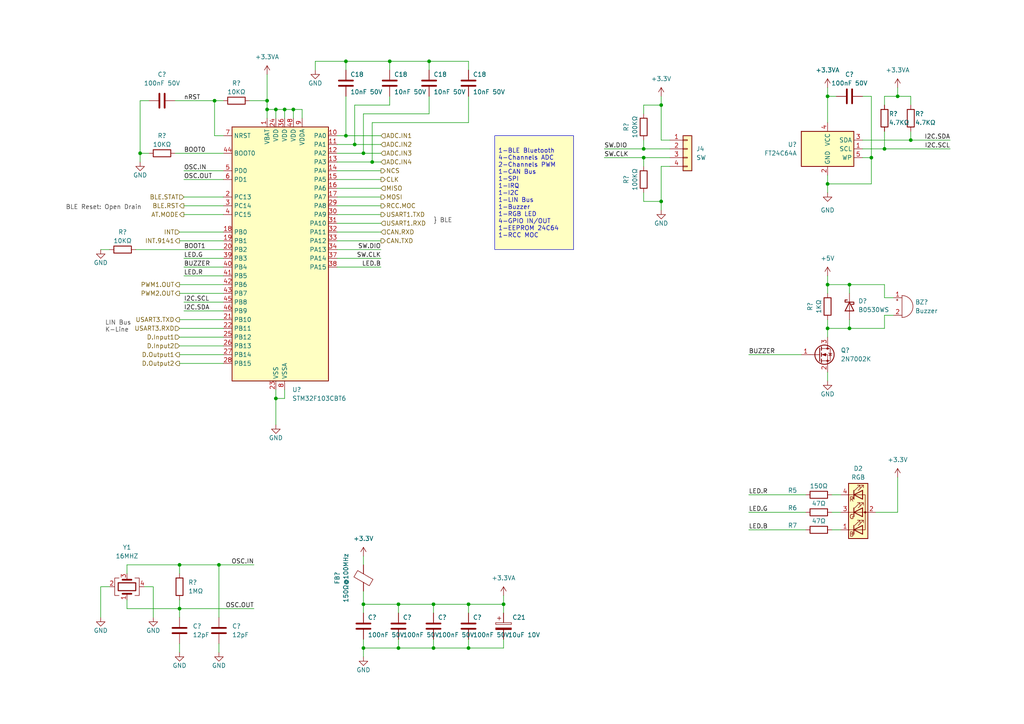
<source format=kicad_sch>
(kicad_sch (version 20230121) (generator eeschema)
  (paper "A4")
  (junction (at 52.07 176.53))
  (junction (at 77.47 29.21))
  (junction (at 186.69 45.72))
  (junction (at 82.55 31.75))
  (junction (at 240.03 95.25))
  (junction (at 40.64 44.45))
  (junction (at 77.47 31.75))
  (junction (at 105.41 175.26))
  (junction (at 256.54 43.18))
  (junction (at 191.77 30.48))
  (junction (at 113.03 17.78))
  (junction (at 80.01 115.57))
  (junction (at 52.07 163.83))
  (junction (at 240.03 53.34))
  (junction (at 124.46 17.78))
  (junction (at 240.03 27.94))
  (junction (at 62.23 29.21))
  (junction (at 125.73 187.96))
  (junction (at 85.09 31.75))
  (junction (at 105.41 44.45))
  (junction (at 63.5 163.83))
  (junction (at 115.57 187.96))
  (junction (at 80.01 31.75))
  (junction (at 264.16 40.64))
  (junction (at 100.33 17.78))
  (junction (at 246.38 82.55))
  (junction (at 125.73 175.26))
  (junction (at 260.35 27.94))
  (junction (at 135.89 187.96))
  (junction (at 105.41 187.96))
  (junction (at 252.73 45.72))
  (junction (at 240.03 82.55))
  (junction (at 107.95 46.99))
  (junction (at 135.89 175.26))
  (junction (at 246.38 95.25))
  (junction (at 186.69 43.18))
  (junction (at 146.05 175.26))
  (junction (at 102.87 41.91))
  (junction (at 191.77 58.42))
  (junction (at 115.57 175.26))
  (junction (at 100.33 39.37))
  (wire (pts (xy 186.69 40.64) (xy 186.69 43.18)))
  (wire (pts (xy 241.3 148.59) (xy 243.84 148.59)))
  (wire (pts (xy 105.41 44.45) (xy 110.49 44.45)))
  (wire (pts (xy 63.5 163.83) (xy 63.5 179.07)))
  (wire (pts (xy 124.46 17.78) (xy 135.89 17.78)))
  (wire (pts (xy 36.83 166.37) (xy 36.83 163.83)))
  (wire (pts (xy 82.55 113.03) (xy 82.55 115.57)))
  (wire (pts (xy 252.73 27.94) (xy 252.73 45.72)))
  (wire (pts (xy 115.57 175.26) (xy 105.41 175.26)))
  (wire (pts (xy 105.41 187.96) (xy 105.41 190.5)))
  (wire (pts (xy 186.69 30.48) (xy 191.77 30.48)))
  (wire (pts (xy 256.54 27.94) (xy 260.35 27.94)))
  (wire (pts (xy 52.07 163.83) (xy 63.5 163.83)))
  (wire (pts (xy 77.47 31.75) (xy 77.47 34.29)))
  (wire (pts (xy 113.03 17.78) (xy 113.03 20.32)))
  (wire (pts (xy 39.37 72.39) (xy 64.77 72.39)))
  (wire (pts (xy 53.34 87.63) (xy 64.77 87.63)))
  (wire (pts (xy 85.09 31.75) (xy 85.09 34.29)))
  (wire (pts (xy 82.55 31.75) (xy 80.01 31.75)))
  (wire (pts (xy 191.77 58.42) (xy 191.77 48.26)))
  (wire (pts (xy 50.8 44.45) (xy 64.77 44.45)))
  (wire (pts (xy 250.19 45.72) (xy 252.73 45.72)))
  (wire (pts (xy 44.45 170.18) (xy 41.91 170.18)))
  (wire (pts (xy 53.34 52.07) (xy 64.77 52.07)))
  (wire (pts (xy 256.54 38.1) (xy 256.54 43.18)))
  (wire (pts (xy 29.21 170.18) (xy 29.21 179.07)))
  (wire (pts (xy 97.79 44.45) (xy 105.41 44.45)))
  (wire (pts (xy 256.54 95.25) (xy 246.38 95.25)))
  (wire (pts (xy 146.05 172.72) (xy 146.05 175.26)))
  (wire (pts (xy 100.33 39.37) (xy 110.49 39.37)))
  (wire (pts (xy 256.54 86.36) (xy 256.54 82.55)))
  (wire (pts (xy 124.46 33.02) (xy 105.41 33.02)))
  (wire (pts (xy 217.17 148.59) (xy 233.68 148.59)))
  (wire (pts (xy 186.69 58.42) (xy 191.77 58.42)))
  (wire (pts (xy 36.83 176.53) (xy 52.07 176.53)))
  (wire (pts (xy 63.5 163.83) (xy 73.66 163.83)))
  (wire (pts (xy 44.45 179.07) (xy 44.45 170.18)))
  (wire (pts (xy 50.8 29.21) (xy 62.23 29.21)))
  (wire (pts (xy 240.03 95.25) (xy 240.03 97.79)))
  (wire (pts (xy 97.79 67.31) (xy 110.49 67.31)))
  (wire (pts (xy 260.35 148.59) (xy 254 148.59)))
  (wire (pts (xy 246.38 92.71) (xy 246.38 95.25)))
  (wire (pts (xy 105.41 171.45) (xy 105.41 175.26)))
  (wire (pts (xy 80.01 115.57) (xy 80.01 123.19)))
  (wire (pts (xy 175.26 43.18) (xy 186.69 43.18)))
  (wire (pts (xy 186.69 43.18) (xy 194.31 43.18)))
  (wire (pts (xy 186.69 45.72) (xy 186.69 48.26)))
  (wire (pts (xy 97.79 74.93) (xy 110.49 74.93)))
  (wire (pts (xy 102.87 30.48) (xy 102.87 41.91)))
  (wire (pts (xy 240.03 27.94) (xy 240.03 35.56)))
  (wire (pts (xy 240.03 80.01) (xy 240.03 82.55)))
  (wire (pts (xy 146.05 177.8) (xy 146.05 175.26)))
  (wire (pts (xy 40.64 44.45) (xy 40.64 29.21)))
  (wire (pts (xy 53.34 59.69) (xy 64.77 59.69)))
  (wire (pts (xy 53.34 57.15) (xy 64.77 57.15)))
  (wire (pts (xy 240.03 50.8) (xy 240.03 53.34)))
  (wire (pts (xy 97.79 39.37) (xy 100.33 39.37)))
  (wire (pts (xy 125.73 187.96) (xy 115.57 187.96)))
  (wire (pts (xy 97.79 59.69) (xy 110.49 59.69)))
  (wire (pts (xy 115.57 185.42) (xy 115.57 187.96)))
  (wire (pts (xy 135.89 187.96) (xy 125.73 187.96)))
  (wire (pts (xy 62.23 39.37) (xy 64.77 39.37)))
  (wire (pts (xy 87.63 34.29) (xy 87.63 31.75)))
  (wire (pts (xy 53.34 49.53) (xy 64.77 49.53)))
  (wire (pts (xy 52.07 105.41) (xy 64.77 105.41)))
  (wire (pts (xy 240.03 107.95) (xy 240.03 110.49)))
  (wire (pts (xy 194.31 40.64) (xy 191.77 40.64)))
  (wire (pts (xy 52.07 176.53) (xy 52.07 179.07)))
  (wire (pts (xy 125.73 175.26) (xy 115.57 175.26)))
  (wire (pts (xy 100.33 27.94) (xy 100.33 39.37)))
  (wire (pts (xy 97.79 54.61) (xy 110.49 54.61)))
  (wire (pts (xy 256.54 43.18) (xy 275.59 43.18)))
  (wire (pts (xy 240.03 95.25) (xy 240.03 92.71)))
  (wire (pts (xy 135.89 35.56) (xy 107.95 35.56)))
  (wire (pts (xy 115.57 175.26) (xy 115.57 177.8)))
  (wire (pts (xy 64.77 82.55) (xy 52.07 82.55)))
  (wire (pts (xy 135.89 175.26) (xy 125.73 175.26)))
  (wire (pts (xy 113.03 30.48) (xy 102.87 30.48)))
  (wire (pts (xy 53.34 90.17) (xy 64.77 90.17)))
  (wire (pts (xy 36.83 173.99) (xy 36.83 176.53)))
  (wire (pts (xy 64.77 29.21) (xy 62.23 29.21)))
  (wire (pts (xy 97.79 46.99) (xy 107.95 46.99)))
  (wire (pts (xy 250.19 43.18) (xy 256.54 43.18)))
  (wire (pts (xy 36.83 163.83) (xy 52.07 163.83)))
  (wire (pts (xy 52.07 97.79) (xy 64.77 97.79)))
  (wire (pts (xy 250.19 27.94) (xy 252.73 27.94)))
  (wire (pts (xy 64.77 85.09) (xy 52.07 85.09)))
  (wire (pts (xy 146.05 175.26) (xy 135.89 175.26)))
  (wire (pts (xy 102.87 41.91) (xy 110.49 41.91)))
  (wire (pts (xy 241.3 143.51) (xy 243.84 143.51)))
  (wire (pts (xy 53.34 74.93) (xy 64.77 74.93)))
  (wire (pts (xy 97.79 57.15) (xy 110.49 57.15)))
  (wire (pts (xy 191.77 40.64) (xy 191.77 30.48)))
  (wire (pts (xy 97.79 64.77) (xy 110.49 64.77)))
  (wire (pts (xy 105.41 175.26) (xy 105.41 177.8)))
  (wire (pts (xy 31.75 170.18) (xy 29.21 170.18)))
  (wire (pts (xy 97.79 72.39) (xy 110.49 72.39)))
  (wire (pts (xy 97.79 62.23) (xy 110.49 62.23)))
  (wire (pts (xy 124.46 27.94) (xy 124.46 33.02)))
  (wire (pts (xy 52.07 102.87) (xy 64.77 102.87)))
  (wire (pts (xy 191.77 48.26) (xy 194.31 48.26)))
  (wire (pts (xy 125.73 175.26) (xy 125.73 177.8)))
  (wire (pts (xy 105.41 187.96) (xy 105.41 185.42)))
  (wire (pts (xy 62.23 29.21) (xy 62.23 39.37)))
  (wire (pts (xy 256.54 91.44) (xy 256.54 95.25)))
  (wire (pts (xy 97.79 52.07) (xy 110.49 52.07)))
  (wire (pts (xy 240.03 27.94) (xy 242.57 27.94)))
  (wire (pts (xy 240.03 82.55) (xy 240.03 85.09)))
  (wire (pts (xy 80.01 113.03) (xy 80.01 115.57)))
  (wire (pts (xy 91.44 17.78) (xy 100.33 17.78)))
  (wire (pts (xy 77.47 29.21) (xy 77.47 31.75)))
  (wire (pts (xy 105.41 33.02) (xy 105.41 44.45)))
  (wire (pts (xy 217.17 143.51) (xy 233.68 143.51)))
  (wire (pts (xy 80.01 31.75) (xy 80.01 34.29)))
  (wire (pts (xy 186.69 33.02) (xy 186.69 30.48)))
  (wire (pts (xy 252.73 45.72) (xy 252.73 53.34)))
  (wire (pts (xy 256.54 30.48) (xy 256.54 27.94)))
  (wire (pts (xy 264.16 40.64) (xy 275.59 40.64)))
  (wire (pts (xy 87.63 31.75) (xy 85.09 31.75)))
  (wire (pts (xy 52.07 92.71) (xy 64.77 92.71)))
  (wire (pts (xy 240.03 82.55) (xy 246.38 82.55)))
  (wire (pts (xy 97.79 69.85) (xy 110.49 69.85)))
  (wire (pts (xy 72.39 29.21) (xy 77.47 29.21)))
  (wire (pts (xy 40.64 29.21) (xy 43.18 29.21)))
  (wire (pts (xy 186.69 55.88) (xy 186.69 58.42)))
  (wire (pts (xy 97.79 77.47) (xy 110.49 77.47)))
  (wire (pts (xy 107.95 46.99) (xy 110.49 46.99)))
  (wire (pts (xy 100.33 17.78) (xy 113.03 17.78)))
  (wire (pts (xy 29.21 72.39) (xy 31.75 72.39)))
  (wire (pts (xy 52.07 67.31) (xy 64.77 67.31)))
  (wire (pts (xy 113.03 17.78) (xy 124.46 17.78)))
  (wire (pts (xy 53.34 62.23) (xy 64.77 62.23)))
  (wire (pts (xy 260.35 138.43) (xy 260.35 148.59)))
  (wire (pts (xy 97.79 49.53) (xy 110.49 49.53)))
  (wire (pts (xy 52.07 95.25) (xy 64.77 95.25)))
  (wire (pts (xy 252.73 53.34) (xy 240.03 53.34)))
  (wire (pts (xy 40.64 46.99) (xy 40.64 44.45)))
  (wire (pts (xy 175.26 45.72) (xy 186.69 45.72)))
  (wire (pts (xy 260.35 25.4) (xy 260.35 27.94)))
  (wire (pts (xy 115.57 187.96) (xy 105.41 187.96)))
  (wire (pts (xy 246.38 82.55) (xy 246.38 85.09)))
  (wire (pts (xy 82.55 115.57) (xy 80.01 115.57)))
  (wire (pts (xy 97.79 41.91) (xy 102.87 41.91)))
  (wire (pts (xy 135.89 27.94) (xy 135.89 35.56)))
  (wire (pts (xy 53.34 77.47) (xy 64.77 77.47)))
  (wire (pts (xy 260.35 27.94) (xy 264.16 27.94)))
  (wire (pts (xy 85.09 31.75) (xy 82.55 31.75)))
  (wire (pts (xy 259.08 91.44) (xy 256.54 91.44)))
  (wire (pts (xy 246.38 82.55) (xy 256.54 82.55)))
  (wire (pts (xy 217.17 102.87) (xy 232.41 102.87)))
  (wire (pts (xy 264.16 27.94) (xy 264.16 30.48)))
  (wire (pts (xy 40.64 44.45) (xy 43.18 44.45)))
  (wire (pts (xy 135.89 185.42) (xy 135.89 187.96)))
  (wire (pts (xy 77.47 21.59) (xy 77.47 29.21)))
  (wire (pts (xy 125.73 185.42) (xy 125.73 187.96)))
  (wire (pts (xy 107.95 35.56) (xy 107.95 46.99)))
  (wire (pts (xy 82.55 31.75) (xy 82.55 34.29)))
  (wire (pts (xy 53.34 80.01) (xy 64.77 80.01)))
  (wire (pts (xy 246.38 95.25) (xy 240.03 95.25)))
  (wire (pts (xy 217.17 153.67) (xy 233.68 153.67)))
  (wire (pts (xy 250.19 40.64) (xy 264.16 40.64)))
  (wire (pts (xy 52.07 173.99) (xy 52.07 176.53)))
  (wire (pts (xy 100.33 20.32) (xy 100.33 17.78)))
  (wire (pts (xy 80.01 31.75) (xy 77.47 31.75)))
  (wire (pts (xy 240.03 53.34) (xy 240.03 55.88)))
  (wire (pts (xy 91.44 20.32) (xy 91.44 17.78)))
  (wire (pts (xy 241.3 153.67) (xy 243.84 153.67)))
  (wire (pts (xy 52.07 69.85) (xy 64.77 69.85)))
  (wire (pts (xy 264.16 38.1) (xy 264.16 40.64)))
  (wire (pts (xy 240.03 25.4) (xy 240.03 27.94)))
  (wire (pts (xy 186.69 45.72) (xy 194.31 45.72)))
  (wire (pts (xy 63.5 186.69) (xy 63.5 189.23)))
  (wire (pts (xy 105.41 161.29) (xy 105.41 163.83)))
  (wire (pts (xy 52.07 100.33) (xy 64.77 100.33)))
  (wire (pts (xy 113.03 27.94) (xy 113.03 30.48)))
  (wire (pts (xy 135.89 17.78) (xy 135.89 20.32)))
  (wire (pts (xy 135.89 175.26) (xy 135.89 177.8)))
  (wire (pts (xy 52.07 163.83) (xy 52.07 166.37)))
  (wire (pts (xy 191.77 30.48) (xy 191.77 27.94)))
  (wire (pts (xy 124.46 17.78) (xy 124.46 20.32)))
  (wire (pts (xy 146.05 187.96) (xy 135.89 187.96)))
  (wire (pts (xy 259.08 86.36) (xy 256.54 86.36)))
  (wire (pts (xy 191.77 60.96) (xy 191.77 58.42)))
  (wire (pts (xy 146.05 185.42) (xy 146.05 187.96)))
  (wire (pts (xy 52.07 176.53) (xy 73.66 176.53)))
  (wire (pts (xy 52.07 186.69) (xy 52.07 189.23)))
  (text_box "1-BLE Bluetooth\n4-Channels ADC\n2-Channels PWM\n1-CAN Bus\n1-SPI \n1-IRQ\n1-I2C\n1-LIN Bus\n1-Buzzer\n1-RGB LED\n4-GPIO IN/OUT\n1-EEPROM 24C64\n1-RCC MOC\n" (at 143.51 39.37 0) (size 22.86 33.02) (fill (type color) (color 255 255 194 1)) (effects (font (size 1.27 1.27)) (justify left)))
  (text "LIN Bus\nK-Line" (at 30.48 96.52 0) (effects (font (size 1.27 1.27)) (justify left bottom)))
  (text "BLE Reset: Open Drain" (at 19.05 60.96 0) (effects (font (size 1.27 1.27)) (justify left bottom)))
  (text "} BLE" (at 125.73 64.77 0) (effects (font (size 1.27 1.27)) (justify left bottom)))
  (label "BUZZER" (at 217.17 102.87 0))
  (label "LED.B" (at 110.49 77.47 180))
  (label "BOOT0" (at 53.34 44.45 0))
  (label "LED.B" (at 217.17 153.67 0))
  (label "SW.DIO" (at 175.26 43.18 0))
  (label "LED.R" (at 217.17 143.51 0))
  (label "LED.R" (at 53.34 80.01 0))
  (label "SW.CLK" (at 110.49 74.93 180))
  (label "nRST" (at 53.34 29.21 0))
  (label "OSC.IN" (at 53.34 49.53 0))
  (label "OSC.IN" (at 73.66 163.83 180))
  (label "LED.G" (at 217.17 148.59 0))
  (label "LED.G" (at 53.34 74.93 0))
  (label "OSC.OUT" (at 73.66 176.53 180))
  (label "BOOT1" (at 53.34 72.39 0))
  (label "OSC.OUT" (at 53.34 52.07 0))
  (label "I2C.SCL" (at 53.34 87.63 0))
  (label "I2C.SDA" (at 275.59 40.64 180))
  (label "I2C.SDA" (at 53.34 90.17 0))
  (label "BUZZER" (at 53.34 77.47 0))
  (label "SW.CLK" (at 175.26 45.72 0))
  (label "SW.DIO" (at 110.49 72.39 180))
  (label "I2C.SCL" (at 275.59 43.18 180))
  (hierarchical_label "RCC.MOC" (shape output) (at 110.49 59.69 0))
  (hierarchical_label "D.Output2" (shape output) (at 52.07 105.41 180))
  (hierarchical_label "PWM2.OUT" (shape output) (at 52.07 85.09 180))
  (hierarchical_label "NCS" (shape output) (at 110.49 49.53 0))
  (hierarchical_label "CAN.RXD" (shape input) (at 110.49 67.31 0))
  (hierarchical_label "USART1.RXD" (shape input) (at 110.49 64.77 0))
  (hierarchical_label "D.Input1" (shape input) (at 52.07 97.79 180))
  (hierarchical_label "ADC.IN3" (shape input) (at 110.49 44.45 0))
  (hierarchical_label "PWM1.OUT" (shape output) (at 52.07 82.55 180))
  (hierarchical_label "CLK" (shape output) (at 110.49 52.07 0))
  (hierarchical_label "MOSI" (shape output) (at 110.49 57.15 0))
  (hierarchical_label "D.Output1" (shape output) (at 52.07 102.87 180))
  (hierarchical_label "BLE.RST" (shape output) (at 53.34 59.69 180))
  (hierarchical_label "BLE.STAT" (shape input) (at 53.34 57.15 180))
  (hierarchical_label "AT.MODE" (shape output) (at 53.34 62.23 180))
  (hierarchical_label "INT" (shape input) (at 52.07 67.31 180))
  (hierarchical_label "ADC.IN4" (shape input) (at 110.49 46.99 0))
  (hierarchical_label "USART1.TXD" (shape output) (at 110.49 62.23 0))
  (hierarchical_label "D.Input2" (shape input) (at 52.07 100.33 180))
  (hierarchical_label "USART3.TXD" (shape output) (at 52.07 92.71 180))
  (hierarchical_label "ADC.IN2" (shape input) (at 110.49 41.91 0))
  (hierarchical_label "INT.9141" (shape output) (at 52.07 69.85 180))
  (hierarchical_label "ADC.IN1" (shape input) (at 110.49 39.37 0))
  (hierarchical_label "MISO" (shape input) (at 110.49 54.61 0))
  (hierarchical_label "USART3.RXD" (shape input) (at 52.07 95.25 180))
  (hierarchical_label "CAN.TXD" (shape output) (at 110.49 69.85 0))
  (symbol (lib_id "Device:C") (at 52.07 182.88 0) (unit 1)
    (property "Reference" "C?" (at 55.88 181.61 0) (effects (justify left)))
    (property "Value" "12pF" (at 55.88 184.15 0) (effects (justify left)))
    (property "Footprint" "Capacitor_SMD:C_0402_1005Metric" (effects hide))
    (property "LCSC" "C76948" (effects hide))
    (property "MFR" "GRM1555C1H120JA01D" (effects hide))
    (instances (project "NTR-C111" (path "" (reference "C?") (unit 1))) (project "NTR-MAIN-U2xx" (path "" (reference "C2") (unit 1))) (project "NTR-K101" (path "" (reference "C?") (unit 1))) (project "NTR-C211" (path "" (reference "C?") (unit 1))) (project "NTR-U212" (path "" (reference "C?") (unit 1))))
  )
  (symbol (lib_id "power:GND") (at 240.03 55.88 0) (unit 1)
    (property "Reference" "#PWR?" (effects hide))
    (property "Value" "GND" (at 240.03 60.96 0))
    (instances (project "NTR-C111" (path "" (reference "#PWR?") (unit 1))) (project "NTR-MAIN-U2xx" (path "" (reference "#PWR021") (unit 1))) (project "NTR-K101" (path "" (reference "#PWR?") (unit 1))) (project "NTR-C211" (path "" (reference "#PWR?") (unit 1))) (project "Smart_DTC_Eraser_BLE_V1" (path "" (reference "#PWR?") (unit 1))) (project "NTR-U212" (path "" (reference "#PWR?") (unit 1))))
  )
  (symbol (lib_id "Device:R") (at 186.69 36.83 180) (unit 1)
    (property "Reference" "R?" (at 181.61 36.83 90))
    (property "Value" "100KΩ" (at 184.15 36.83 90))
    (property "Footprint" "Resistor_SMD:R_0402_1005Metric" (effects hide))
    (property "LCSC" "C25741" (effects hide))
    (property "MFR" "0402WGF1003TCE" (effects hide))
    (instances (project "NTR-C111" (path "" (reference "R?") (unit 1))) (project "NTR-MAIN-U2xx" (path "" (reference "R23") (unit 1))) (project "NTR-K101" (path "" (reference "R?") (unit 1))) (project "NTR-C211" (path "" (reference "R?") (unit 1))) (project "NTR-U212" (path "" (reference "R?") (unit 1))))
  )
  (symbol (lib_id "power:GND") (at 191.77 60.96 0) (unit 1)
    (property "Reference" "#PWR?" (effects hide))
    (property "Value" "GND" (at 191.77 64.77 0))
    (instances (project "NTR-C111" (path "" (reference "#PWR?") (unit 1))) (project "NTR-MAIN-U2xx" (path "" (reference "#PWR056") (unit 1))) (project "NTR-K101" (path "" (reference "#PWR?") (unit 1))) (project "NTR-C211" (path "" (reference "#PWR?") (unit 1))) (project "NTR-U212" (path "" (reference "#PWR?") (unit 1))))
  )
  (symbol (lib_id "power:GND") (at 80.01 123.19 0) (unit 1)
    (property "Reference" "#PWR?" (effects hide))
    (property "Value" "GND" (at 80.01 127 0))
    (instances (project "NTR-C111" (path "" (reference "#PWR?") (unit 1))) (project "NTR-MAIN-U2xx" (path "" (reference "#PWR019") (unit 1))) (project "NTR-K101" (path "" (reference "#PWR?") (unit 1))) (project "NTR-C211" (path "" (reference "#PWR?") (unit 1))) (project "NTR-U212" (path "" (reference "#PWR?") (unit 1))))
  )
  (symbol (lib_id "Device:C") (at 125.73 181.61 180) (unit 1)
    (property "Reference" "C?" (at 127 179.07 0) (effects (justify right)))
    (property "Value" "100nF 50V" (at 127 184.15 0) (effects (justify right)))
    (property "Footprint" "Capacitor_SMD:C_0402_1005Metric" (effects hide))
    (property "LCSC" "C77020" (effects hide))
    (property "MFR" "GRM155R71H104KE14D" (effects hide))
    (instances (project "NTR-C111" (path "" (reference "C?") (unit 1))) (project "NTR-MAIN-U2xx" (path "" (reference "C24") (unit 1))) (project "NTR-K101" (path "" (reference "C?") (unit 1))) (project "NTR-C211" (path "" (reference "C?") (unit 1))) (project "NTR-U212" (path "" (reference "C?") (unit 1))))
  )
  (symbol (lib_id "Device:C_Polarized") (at 146.05 181.61 0) (unit 1)
    (property "Reference" "C21" (at 148.59 179.07 0) (effects (justify left)))
    (property "Value" "10uF 10V" (at 147.32 184.15 0) (effects (justify left)))
    (property "Footprint" "Capacitor_Tantalum_SMD:CP_EIA-3216-10_Kemet-I" (effects hide))
    (property "LCSC" "C7177" (effects hide))
    (property "MFR" "TAJA106K010RNJ" (effects hide))
    (instances (project "NTR-MAIN-U2xx" (path "" (reference "C21") (unit 1)) (path "" (reference "C26") (unit 1))) (project "M2M_OBD2_Mini" (path "" (reference "C?") (unit 1))) (project "Smart_DTC_Eraser_BLE_V1" (path "" (reference "C?") (unit 1))) (project "M2M_3G_OBD2" (path "" (reference "C?") (unit 1))))
  )
  (symbol (lib_id "power:+3.3VA") (at 240.03 25.4 0) (unit 1)
    (property "Reference" "#PWR?" (effects hide))
    (property "Value" "+3.3VA" (at 240.03 20.32 0))
    (instances (project "NTR-C111" (path "" (reference "#PWR?") (unit 1))) (project "NTR-MAIN-U2xx" (path "" (reference "#PWR020") (unit 1))) (project "NTR-K101" (path "" (reference "#PWR?") (unit 1))) (project "NTR-C211" (path "" (reference "#PWR?") (unit 1))) (project "NTR-U212" (path "" (reference "#PWR?") (unit 1))))
  )
  (symbol (lib_id "Device:R") (at 256.54 34.29 180) (unit 1)
    (property "Reference" "R?" (at 257.81 33.02 0) (effects (justify right)))
    (property "Value" "4.7KΩ" (at 257.81 35.56 0) (effects (justify right)))
    (property "Footprint" "Resistor_SMD:R_0402_1005Metric" (effects hide))
    (property "LCSC" "C25900" (effects hide))
    (property "MFR" "0402WGF4701TCE" (effects hide))
    (instances (project "NTR-C111" (path "" (reference "R?") (unit 1))) (project "NTR-MAIN-U2xx" (path "" (reference "R9") (unit 1))) (project "NTR-K101" (path "" (reference "R?") (unit 1))) (project "M2M_OBD2_Mini" (path "" (reference "R?") (unit 1))) (project "NTR-C211" (path "" (reference "R?") (unit 1))) (project "ISO_CAN_BUS_Analyzer_Tool_V2" (path "" (reference "R?") (unit 1)) (path "" (reference "R?") (unit 1))) (project "Smart_DTC_Eraser_BLE_V1" (path "" (reference "R?") (unit 1)) (path "" (reference "R?") (unit 1))) (project "M2M_3G_OBD2" (path "" (reference "R?") (unit 1)) (path "" (reference "R?") (unit 1))) (project "NTR-U212" (path "" (reference "R?") (unit 1))))
  )
  (symbol (lib_id "Device:R") (at 46.99 44.45 90) (unit 1)
    (property "Reference" "R?" (at 46.99 39.37 90))
    (property "Value" "10KΩ" (at 46.99 41.91 90))
    (property "Footprint" "Resistor_SMD:R_0402_1005Metric" (effects hide))
    (property "LCSC" "C25744" (effects hide))
    (property "MFR" "0402WGF1002TCE" (effects hide))
    (instances (project "NTR-C111" (path "" (reference "R?") (unit 1))) (project "NTR-MAIN-U2xx" (path "" (reference "R2") (unit 1))) (project "NTR-K101" (path "" (reference "R?") (unit 1))) (project "NTR-C211" (path "" (reference "R?") (unit 1))) (project "NTR-U212" (path "" (reference "R?") (unit 1))))
  )
  (symbol (lib_id "Device:R") (at 186.69 52.07 180) (unit 1)
    (property "Reference" "R?" (at 181.61 52.07 90))
    (property "Value" "100KΩ" (at 184.15 52.07 90))
    (property "Footprint" "Resistor_SMD:R_0402_1005Metric" (effects hide))
    (property "LCSC" "C25741" (effects hide))
    (property "MFR" "0402WGF1003TCE" (effects hide))
    (instances (project "NTR-C111" (path "" (reference "R?") (unit 1))) (project "NTR-MAIN-U2xx" (path "" (reference "R24") (unit 1))) (project "NTR-K101" (path "" (reference "R?") (unit 1))) (project "NTR-C211" (path "" (reference "R?") (unit 1))) (project "NTR-U212" (path "" (reference "R?") (unit 1))))
  )
  (symbol (lib_id "power:GND") (at 44.45 179.07 0) (unit 1)
    (property "Reference" "#PWR?" (effects hide))
    (property "Value" "GND" (at 44.45 182.88 0))
    (instances (project "NTR-C111" (path "" (reference "#PWR?") (unit 1))) (project "NTR-MAIN-U2xx" (path "" (reference "#PWR015") (unit 1))) (project "NTR-K101" (path "" (reference "#PWR?") (unit 1))) (project "NTR-C211" (path "" (reference "#PWR?") (unit 1))) (project "NTR-U212" (path "" (reference "#PWR?") (unit 1))))
  )
  (symbol (lib_id "Transistor_FET:2N7002K") (at 237.49 102.87 0) (unit 1)
    (property "Reference" "Q?" (at 243.84 101.6 0) (effects (justify left)))
    (property "Value" "2N7002K" (at 243.84 104.14 0) (effects (justify left)))
    (property "Footprint" "Package_TO_SOT_SMD:SOT-23" (effects hide))
    (property "Datasheet" "https://www.diodes.com/assets/Datasheets/ds30896.pdf" (effects hide))
    (property "LCSC" "C2848187" (effects hide))
    (property "MFR" "2N7002K" (effects hide))
    (instances (project "NTR-C111" (path "" (reference "Q?") (unit 1))) (project "NTR-MAIN-U2xx" (path "" (reference "Q1") (unit 1))) (project "NTR-K101" (path "" (reference "Q?") (unit 1))) (project "NTR-C211" (path "" (reference "Q?") (unit 1))) (project "Smart_DTC_Eraser_BLE_V1" (path "" (reference "Q?") (unit 1))) (project "NTR-U212" (path "" (reference "Q?") (unit 1))))
  )
  (symbol (lib_id "power:+5V") (at 240.03 80.01 0) (unit 1)
    (property "Reference" "#PWR?" (effects hide))
    (property "Value" "+5V" (at 240.03 74.93 0))
    (instances (project "NTR-C111" (path "" (reference "#PWR?") (unit 1))) (project "NTR-MAIN-U2xx" (path "" (reference "#PWR022") (unit 1))) (project "NTR-K101" (path "" (reference "#PWR?") (unit 1))) (project "NTR-C211" (path "" (reference "#PWR?") (unit 1))) (project "Smart_DTC_Eraser_BLE_V1" (path "" (reference "#PWR?") (unit 1))) (project "NTR-U212" (path "" (reference "#PWR?") (unit 1))))
  )
  (symbol (lib_id "Device:R") (at 68.58 29.21 90) (unit 1)
    (property "Reference" "R?" (at 68.58 24.13 90))
    (property "Value" "10KΩ" (at 68.58 26.67 90))
    (property "Footprint" "Resistor_SMD:R_0402_1005Metric" (effects hide))
    (property "LCSC" "C25744" (effects hide))
    (property "MFR" "0402WGF1002TCE" (effects hide))
    (instances (project "NTR-C111" (path "" (reference "R?") (unit 1))) (project "NTR-MAIN-U2xx" (path "" (reference "R4") (unit 1))) (project "NTR-K101" (path "" (reference "R?") (unit 1))) (project "NTR-C211" (path "" (reference "R?") (unit 1))) (project "NTR-U212" (path "" (reference "R?") (unit 1))))
  )
  (symbol (lib_id "Device:C") (at 113.03 24.13 0) (unit 1)
    (property "Reference" "C18" (at 114.3 21.59 0) (effects (justify left)))
    (property "Value" "10nF 50V" (at 114.3 26.67 0) (effects (justify left)))
    (property "Footprint" "Capacitor_SMD:C_0402_1005Metric" (effects hide))
    (property "LCSC" "C15195" (effects hide))
    (property "MFR" "CL05B103KB5NNNC" (effects hide))
    (instances (project "NTR-MAIN-U2xx" (path "" (reference "C18") (unit 1)) (path "" (reference "C28") (unit 1))) (project "M2M_OBD2_Mini" (path "" (reference "C?") (unit 1))) (project "Smart_DTC_Eraser_BLE_V1" (path "" (reference "C?") (unit 1))) (project "M2M_3G_OBD2" (path "" (reference "C?") (unit 1))))
  )
  (symbol (lib_id "power:+3.3VA") (at 260.35 25.4 0) (unit 1)
    (property "Reference" "#PWR?" (effects hide))
    (property "Value" "+3.3VA" (at 260.35 20.32 0))
    (instances (project "NTR-C111" (path "" (reference "#PWR?") (unit 1))) (project "NTR-MAIN-U2xx" (path "" (reference "#PWR024") (unit 1))) (project "NTR-K101" (path "" (reference "#PWR?") (unit 1))) (project "NTR-C211" (path "" (reference "#PWR?") (unit 1))) (project "NTR-U212" (path "" (reference "#PWR?") (unit 1))))
  )
  (symbol (lib_id "Memory_EEPROM:AT24CS16-STUM") (at 240.03 43.18 0) (unit 1)
    (property "Reference" "U?" (at 231.14 41.91 0) (effects (justify right)))
    (property "Value" "FT24C64A" (at 231.14 44.45 0) (effects (justify right)))
    (property "Footprint" "Package_TO_SOT_SMD:SOT-23-5" (effects hide))
    (property "Datasheet" "https://datasheet.lcsc.com/lcsc/2306211608_HGSEMI-HG24C16M5-TR_C7432068.pdf" (effects hide))
    (property "LCSC" "C5263778" (effects hide))
    (property "MFR" "FT24C64A-ELR-T" (effects hide))
    (instances (project "NTR-C111" (path "" (reference "U?") (unit 1))) (project "NTR-MAIN-U2xx" (path "" (reference "U2") (unit 1))) (project "NTR-K101" (path "" (reference "U?") (unit 1))) (project "NTR-C211" (path "" (reference "U?") (unit 1))) (project "Smart_DTC_Eraser_BLE_V1" (path "" (reference "U?") (unit 1))) (project "NTR-U212" (path "" (reference "U?") (unit 1))))
  )
  (symbol (lib_id "Device:C") (at 115.57 181.61 180) (unit 1)
    (property "Reference" "C?" (at 116.84 179.07 0) (effects (justify right)))
    (property "Value" "100nF 50V" (at 116.84 184.15 0) (effects (justify right)))
    (property "Footprint" "Capacitor_SMD:C_0402_1005Metric" (effects hide))
    (property "LCSC" "C77020" (effects hide))
    (property "MFR" "GRM155R71H104KE14D" (effects hide))
    (instances (project "NTR-C111" (path "" (reference "C?") (unit 1))) (project "NTR-MAIN-U2xx" (path "" (reference "C23") (unit 1))) (project "NTR-K101" (path "" (reference "C?") (unit 1))) (project "NTR-C211" (path "" (reference "C?") (unit 1))) (project "NTR-U212" (path "" (reference "C?") (unit 1))))
  )
  (symbol (lib_id "Device:C") (at 100.33 24.13 0) (unit 1)
    (property "Reference" "C18" (at 101.6 21.59 0) (effects (justify left)))
    (property "Value" "10nF 50V" (at 101.6 26.67 0) (effects (justify left)))
    (property "Footprint" "Capacitor_SMD:C_0402_1005Metric" (effects hide))
    (property "LCSC" "C15195" (effects hide))
    (property "MFR" "CL05B103KB5NNNC" (effects hide))
    (instances (project "NTR-MAIN-U2xx" (path "" (reference "C18") (unit 1)) (path "" (reference "C27") (unit 1))) (project "M2M_OBD2_Mini" (path "" (reference "C?") (unit 1))) (project "Smart_DTC_Eraser_BLE_V1" (path "" (reference "C?") (unit 1))) (project "M2M_3G_OBD2" (path "" (reference "C?") (unit 1))))
  )
  (symbol (lib_id "power:GND") (at 52.07 189.23 0) (unit 1)
    (property "Reference" "#PWR?" (effects hide))
    (property "Value" "GND" (at 52.07 193.04 0))
    (instances (project "NTR-C111" (path "" (reference "#PWR?") (unit 1))) (project "NTR-MAIN-U2xx" (path "" (reference "#PWR016") (unit 1))) (project "NTR-K101" (path "" (reference "#PWR?") (unit 1))) (project "NTR-C211" (path "" (reference "#PWR?") (unit 1))) (project "NTR-U212" (path "" (reference "#PWR?") (unit 1))))
  )
  (symbol (lib_id "power:+3.3V") (at 260.35 138.43 0) (unit 1)
    (property "Reference" "#PWR?" (effects hide))
    (property "Value" "+3.3V" (at 260.35 133.35 0))
    (instances (project "NTR-C111" (path "" (reference "#PWR?") (unit 1))) (project "NTR-MAIN-U2xx" (path "" (reference "#PWR025") (unit 1))) (project "NTR-K101" (path "" (reference "#PWR?") (unit 1))) (project "NTR-C211" (path "" (reference "#PWR?") (unit 1))) (project "Smart_DTC_Eraser_BLE_V1" (path "" (reference "#PWR?") (unit 1))) (project "NTR-U212" (path "" (reference "#PWR?") (unit 1))))
  )
  (symbol (lib_id "power:GND") (at 29.21 179.07 0) (unit 1)
    (property "Reference" "#PWR?" (effects hide))
    (property "Value" "GND" (at 29.21 182.88 0))
    (instances (project "NTR-C111" (path "" (reference "#PWR?") (unit 1))) (project "NTR-MAIN-U2xx" (path "" (reference "#PWR013") (unit 1))) (project "NTR-K101" (path "" (reference "#PWR?") (unit 1))) (project "NTR-C211" (path "" (reference "#PWR?") (unit 1))) (project "NTR-U212" (path "" (reference "#PWR?") (unit 1))))
  )
  (symbol (lib_id "power:GND") (at 29.21 72.39 0) (unit 1)
    (property "Reference" "#PWR?" (effects hide))
    (property "Value" "GND" (at 29.21 76.2 0))
    (instances (project "NTR-C111" (path "" (reference "#PWR?") (unit 1))) (project "NTR-MAIN-U2xx" (path "" (reference "#PWR012") (unit 1))) (project "NTR-K101" (path "" (reference "#PWR?") (unit 1))) (project "NTR-C211" (path "" (reference "#PWR?") (unit 1))) (project "NTR-U212" (path "" (reference "#PWR?") (unit 1))))
  )
  (symbol (lib_id "Device:C") (at 105.41 181.61 180) (unit 1)
    (property "Reference" "C?" (at 106.68 179.07 0) (effects (justify right)))
    (property "Value" "100nF 50V" (at 106.68 184.15 0) (effects (justify right)))
    (property "Footprint" "Capacitor_SMD:C_0402_1005Metric" (effects hide))
    (property "LCSC" "C77020" (effects hide))
    (property "MFR" "GRM155R71H104KE14D" (effects hide))
    (instances (project "NTR-C111" (path "" (reference "C?") (unit 1))) (project "NTR-MAIN-U2xx" (path "" (reference "C22") (unit 1))) (project "NTR-K101" (path "" (reference "C?") (unit 1))) (project "NTR-C211" (path "" (reference "C?") (unit 1))) (project "NTR-U212" (path "" (reference "C?") (unit 1))))
  )
  (symbol (lib_id "Device:Buzzer") (at 261.62 88.9 0) (unit 1)
    (property "Reference" "BZ?" (at 265.43 87.63 0) (effects (justify left)))
    (property "Value" "Buzzer" (at 265.43 90.17 0) (effects (justify left)))
    (property "Footprint" "Buzzer_Beeper:MagneticBuzzer_CUI_CMT-8504-100-SMT" (effects hide))
    (property "Datasheet" "https://datasheet.lcsc.com/lcsc/2001061407_INGHAi-GSC8530RA-16R2700_C255315.pdf" (effects hide))
    (property "LCSC" "C255315" (effects hide))
    (property "MFR" "GSC8530RA-16R2700" (effects hide))
    (instances (project "NTR-C111" (path "" (reference "BZ?") (unit 1))) (project "NTR-MAIN-U2xx" (path "" (reference "BZ1") (unit 1))) (project "NTR-K101" (path "" (reference "BZ?") (unit 1))) (project "NTR-C211" (path "" (reference "BZ?") (unit 1))) (project "Smart_DTC_Eraser_BLE_V1" (path "" (reference "BZ?") (unit 1))) (project "NTR-U212" (path "" (reference "BZ?") (unit 1))))
  )
  (symbol (lib_id "Device:LED_BAGR") (at 248.92 148.59 0) (unit 1)
    (property "Reference" "D2" (at 248.92 135.89 0))
    (property "Value" "RGB" (at 248.92 138.43 0))
    (property "Footprint" "LED_SMD:LED_Cree-PLCC4_2x2mm_CW" (effects hide))
    (property "Datasheet" "https://datasheet.lcsc.com/lcsc/2203301730_EKINGLUX-E6C0606RGBC3UDA_C375569.pdf" (effects hide))
    (property "LCSC" "C375569" (effects hide))
    (property "MFR" "E6C0606RGBC3UDA" (effects hide))
    (instances (project "NTR-MAIN-U2xx" (path "" (reference "D2") (unit 1))) (project "NTR-K101" (path "" (reference "D?") (unit 1))) (project "NTR-C211" (path "" (reference "D?") (unit 1))) (project "NTR-U212" (path "" (reference "D?") (unit 1))))
  )
  (symbol (lib_id "power:GND") (at 63.5 189.23 0) (unit 1)
    (property "Reference" "#PWR?" (effects hide))
    (property "Value" "GND" (at 63.5 193.04 0))
    (instances (project "NTR-C111" (path "" (reference "#PWR?") (unit 1))) (project "NTR-MAIN-U2xx" (path "" (reference "#PWR017") (unit 1))) (project "NTR-K101" (path "" (reference "#PWR?") (unit 1))) (project "NTR-C211" (path "" (reference "#PWR?") (unit 1))) (project "NTR-U212" (path "" (reference "#PWR?") (unit 1))))
  )
  (symbol (lib_id "Connector_Generic:Conn_01x04") (at 199.39 43.18 0) (unit 1)
    (property "Reference" "J4" (at 201.93 43.18 0) (effects (justify left)))
    (property "Value" "SW" (at 201.93 45.72 0) (effects (justify left)))
    (property "Footprint" "Connector_PinHeader_2.54mm:PinHeader_1x04_P2.54mm_Vertical" (effects hide))
  )
  (symbol (lib_id "Device:R") (at 264.16 34.29 180) (unit 1)
    (property "Reference" "R?" (at 265.43 33.02 0) (effects (justify right)))
    (property "Value" "4.7KΩ" (at 265.43 35.56 0) (effects (justify right)))
    (property "Footprint" "Resistor_SMD:R_0402_1005Metric" (effects hide))
    (property "LCSC" "C25900" (effects hide))
    (property "MFR" "0402WGF4701TCE" (effects hide))
    (instances (project "NTR-C111" (path "" (reference "R?") (unit 1))) (project "NTR-MAIN-U2xx" (path "" (reference "R10") (unit 1))) (project "NTR-K101" (path "" (reference "R?") (unit 1))) (project "M2M_OBD2_Mini" (path "" (reference "R?") (unit 1))) (project "NTR-C211" (path "" (reference "R?") (unit 1))) (project "ISO_CAN_BUS_Analyzer_Tool_V2" (path "" (reference "R?") (unit 1)) (path "" (reference "R?") (unit 1))) (project "Smart_DTC_Eraser_BLE_V1" (path "" (reference "R?") (unit 1)) (path "" (reference "R?") (unit 1))) (project "M2M_3G_OBD2" (path "" (reference "R?") (unit 1)) (path "" (reference "R?") (unit 1))) (project "NTR-U212" (path "" (reference "R?") (unit 1))))
  )
  (symbol (lib_id "Device:C") (at 135.89 181.61 180) (unit 1)
    (property "Reference" "C?" (at 137.16 179.07 0) (effects (justify right)))
    (property "Value" "100nF 50V" (at 137.16 184.15 0) (effects (justify right)))
    (property "Footprint" "Capacitor_SMD:C_0402_1005Metric" (effects hide))
    (property "LCSC" "C77020" (effects hide))
    (property "MFR" "GRM155R71H104KE14D" (effects hide))
    (instances (project "NTR-C111" (path "" (reference "C?") (unit 1))) (project "NTR-MAIN-U2xx" (path "" (reference "C25") (unit 1))) (project "NTR-K101" (path "" (reference "C?") (unit 1))) (project "NTR-C211" (path "" (reference "C?") (unit 1))) (project "NTR-U212" (path "" (reference "C?") (unit 1))))
  )
  (symbol (lib_id "Device:R") (at 35.56 72.39 90) (unit 1)
    (property "Reference" "R?" (at 35.56 67.31 90))
    (property "Value" "10KΩ" (at 35.56 69.85 90))
    (property "Footprint" "Resistor_SMD:R_0402_1005Metric" (effects hide))
    (property "LCSC" "C25744" (effects hide))
    (property "MFR" "0402WGF1002TCE" (effects hide))
    (instances (project "NTR-C111" (path "" (reference "R?") (unit 1))) (project "NTR-MAIN-U2xx" (path "" (reference "R1") (unit 1))) (project "NTR-K101" (path "" (reference "R?") (unit 1))) (project "NTR-C211" (path "" (reference "R?") (unit 1))) (project "NTR-U212" (path "" (reference "R?") (unit 1))))
  )
  (symbol (lib_id "power:+3.3V") (at 191.77 27.94 0) (unit 1)
    (property "Reference" "#PWR?" (effects hide))
    (property "Value" "+3.3V" (at 191.77 22.86 0))
    (instances (project "NTR-C111" (path "" (reference "#PWR?") (unit 1))) (project "NTR-MAIN-U2xx" (path "" (reference "#PWR055") (unit 1))) (project "NTR-K101" (path "" (reference "#PWR?") (unit 1))) (project "NTR-C211" (path "" (reference "#PWR?") (unit 1))) (project "Smart_DTC_Eraser_BLE_V1" (path "" (reference "#PWR?") (unit 1))) (project "NTR-U212" (path "" (reference "#PWR?") (unit 1))))
  )
  (symbol (lib_id "power:GND") (at 240.03 110.49 0) (unit 1)
    (property "Reference" "#PWR?" (effects hide))
    (property "Value" "GND" (at 240.03 114.3 0))
    (instances (project "NTR-C111" (path "" (reference "#PWR?") (unit 1))) (project "NTR-MAIN-U2xx" (path "" (reference "#PWR023") (unit 1))) (project "NTR-K101" (path "" (reference "#PWR?") (unit 1))) (project "NTR-C211" (path "" (reference "#PWR?") (unit 1))) (project "Smart_DTC_Eraser_BLE_V1" (path "" (reference "#PWR?") (unit 1))) (project "NTR-U212" (path "" (reference "#PWR?") (unit 1))))
  )
  (symbol (lib_id "Device:R") (at 237.49 153.67 90) (unit 1)
    (property "Reference" "R7" (at 229.87 152.4 90))
    (property "Value" "47Ω" (at 237.49 151.13 90))
    (property "Footprint" "Resistor_SMD:R_0402_1005Metric" (effects hide))
    (property "LCSC" "C25168" (effects hide))
    (property "MFR" "0402WGJ0470TCE" (effects hide))
    (instances (project "NTR-MAIN-U2xx" (path "" (reference "R7") (unit 1))) (project "NTR-K101" (path "" (reference "R?") (unit 1))) (project "NTR-C211" (path "" (reference "R?") (unit 1))) (project "NTR-U212" (path "" (reference "R?") (unit 1))))
  )
  (symbol (lib_id "Device:C") (at 135.89 24.13 0) (unit 1)
    (property "Reference" "C18" (at 137.16 21.59 0) (effects (justify left)))
    (property "Value" "10nF 50V" (at 137.16 26.67 0) (effects (justify left)))
    (property "Footprint" "Capacitor_SMD:C_0402_1005Metric" (effects hide))
    (property "LCSC" "C15195" (effects hide))
    (property "MFR" "CL05B103KB5NNNC" (effects hide))
    (instances (project "NTR-MAIN-U2xx" (path "" (reference "C18") (unit 1)) (path "" (reference "C30") (unit 1))) (project "M2M_OBD2_Mini" (path "" (reference "C?") (unit 1))) (project "Smart_DTC_Eraser_BLE_V1" (path "" (reference "C?") (unit 1))) (project "M2M_3G_OBD2" (path "" (reference "C?") (unit 1))))
  )
  (symbol (lib_id "power:+3.3VA") (at 77.47 21.59 0) (unit 1)
    (property "Reference" "#PWR?" (effects hide))
    (property "Value" "+3.3VA" (at 77.47 16.51 0))
    (instances (project "NTR-C111" (path "" (reference "#PWR?") (unit 1))) (project "NTR-MAIN-U2xx" (path "" (reference "#PWR018") (unit 1))) (project "NTR-K101" (path "" (reference "#PWR?") (unit 1))) (project "NTR-C211" (path "" (reference "#PWR?") (unit 1))) (project "NTR-U212" (path "" (reference "#PWR?") (unit 1))))
  )
  (symbol (lib_id "Device:C") (at 46.99 29.21 90) (unit 1)
    (property "Reference" "C?" (at 46.99 21.59 90))
    (property "Value" "100nF 50V" (at 46.99 24.13 90))
    (property "Footprint" "Capacitor_SMD:C_0402_1005Metric" (effects hide))
    (property "LCSC" "C77020" (effects hide))
    (property "MFR" "GRM155R71H104KE14D" (effects hide))
    (instances (project "NTR-C111" (path "" (reference "C?") (unit 1))) (project "NTR-MAIN-U2xx" (path "" (reference "C1") (unit 1))) (project "NTR-K101" (path "" (reference "C?") (unit 1))) (project "NTR-C211" (path "" (reference "C?") (unit 1))) (project "NTR-U212" (path "" (reference "C?") (unit 1))))
  )
  (symbol (lib_id "power:+3.3V") (at 105.41 161.29 0) (unit 1)
    (property "Reference" "#PWR?" (effects hide))
    (property "Value" "+3.3V" (at 105.41 156.21 0))
    (instances (project "NTR-C111" (path "" (reference "#PWR?") (unit 1))) (project "NTR-MAIN-U2xx" (path "" (reference "#PWR058") (unit 1))) (project "NTR-K101" (path "" (reference "#PWR?") (unit 1))) (project "NTR-C211" (path "" (reference "#PWR?") (unit 1))) (project "Smart_DTC_Eraser_BLE_V1" (path "" (reference "#PWR?") (unit 1))) (project "NTR-U212" (path "" (reference "#PWR?") (unit 1))))
  )
  (symbol (lib_id "Device:C") (at 246.38 27.94 90) (unit 1)
    (property "Reference" "C?" (at 246.38 21.59 90))
    (property "Value" "100nF 50V" (at 246.38 24.13 90))
    (property "Footprint" "Capacitor_SMD:C_0402_1005Metric" (effects hide))
    (property "LCSC" "C77020" (effects hide))
    (property "MFR" "GRM155R71H104KE14D" (effects hide))
    (instances (project "NTR-C111" (path "" (reference "C?") (unit 1))) (project "NTR-MAIN-U2xx" (path "" (reference "C4") (unit 1))) (project "NTR-K101" (path "" (reference "C?") (unit 1))) (project "M2M_OBD2_Mini" (path "" (reference "C?") (unit 1)) (path "" (reference "C?") (unit 1))) (project "NTR-C211" (path "" (reference "C?") (unit 1))) (project "Smart_DTC_Eraser_BLE_V1" (path "" (reference "C?") (unit 1)) (path "" (reference "C?") (unit 1))) (project "M2M_3G_OBD2" (path "" (reference "C?") (unit 1))) (project "NTR-U212" (path "" (reference "C?") (unit 1))))
  )
  (symbol (lib_id "power:GND") (at 91.44 20.32 0) (unit 1)
    (property "Reference" "#PWR?" (effects hide))
    (property "Value" "GND" (at 91.44 24.13 0))
    (instances (project "NTR-C111" (path "" (reference "#PWR?") (unit 1))) (project "NTR-MAIN-U2xx" (path "" (reference "#PWR061") (unit 1))) (project "NTR-K101" (path "" (reference "#PWR?") (unit 1))) (project "NTR-C211" (path "" (reference "#PWR?") (unit 1))) (project "NTR-U212" (path "" (reference "#PWR?") (unit 1))))
  )
  (symbol (lib_id "Device:C") (at 63.5 182.88 0) (unit 1)
    (property "Reference" "C?" (at 67.31 181.61 0) (effects (justify left)))
    (property "Value" "12pF" (at 67.31 184.15 0) (effects (justify left)))
    (property "Footprint" "Capacitor_SMD:C_0402_1005Metric" (effects hide))
    (property "LCSC" "C76948" (effects hide))
    (property "MFR" "GRM1555C1H120JA01D" (effects hide))
    (instances (project "NTR-C111" (path "" (reference "C?") (unit 1))) (project "NTR-MAIN-U2xx" (path "" (reference "C3") (unit 1))) (project "NTR-K101" (path "" (reference "C?") (unit 1))) (project "NTR-C211" (path "" (reference "C?") (unit 1))) (project "NTR-U212" (path "" (reference "C?") (unit 1))))
  )
  (symbol (lib_id "Device:R") (at 52.07 170.18 180) (unit 1)
    (property "Reference" "R?" (at 54.61 168.91 0) (effects (justify right)))
    (property "Value" "1MΩ" (at 54.61 171.45 0) (effects (justify right)))
    (property "Footprint" "Resistor_SMD:R_0402_1005Metric" (effects hide))
    (property "LCSC" "C138033" (effects hide))
    (property "MFR" "RC0402FR-071ML" (effects hide))
    (instances (project "NTR-C111" (path "" (reference "R?") (unit 1))) (project "NTR-MAIN-U2xx" (path "" (reference "R3") (unit 1))) (project "NTR-K101" (path "" (reference "R?") (unit 1))) (project "NTR-C211" (path "" (reference "R?") (unit 1))) (project "NTR-U212" (path "" (reference "R?") (unit 1))))
  )
  (symbol (lib_id "Device:Crystal_GND24") (at 36.83 170.18 90) (unit 1)
    (property "Reference" "Y1" (at 36.83 158.75 90))
    (property "Value" "16MHZ" (at 36.83 161.29 90))
    (property "Footprint" "Crystal:Crystal_SMD_2520-4Pin_2.5x2.0mm" (effects hide))
    (property "LCSC" "C13738" (effects hide))
    (property "MFR" "X322516MLB4SI" (effects hide))
    (instances (project "NTR-MAIN-U2xx" (path "" (reference "Y1") (unit 1))) (project "NTR-K101" (path "" (reference "Y?") (unit 1))) (project "NTR-C211" (path "" (reference "Y?") (unit 1))) (project "NTR-U212" (path "" (reference "Y?") (unit 1))))
  )
  (symbol (lib_id "MCU_ST_STM32F1:STM32F103CBTx") (at 80.01 74.93 0) (unit 1)
    (property "Reference" "U?" (at 84.7441 113.03 0) (effects (justify left)))
    (property "Value" "STM32F103CBT6" (at 84.7441 115.57 0) (effects (justify left)))
    (property "Footprint" "Package_QFP:LQFP-48_7x7mm_P0.5mm" (effects hide))
    (property "Datasheet" "https://www.st.com/resource/en/datasheet/stm32f103cb.pdf" (effects hide))
    (property "LCSC" "C8304" (effects hide))
    (property "MFR" "STM32F103CBT6" (effects hide))
    (instances (project "NTR-C111" (path "" (reference "U?") (unit 1))) (project "NTR-MAIN-U2xx" (path "" (reference "U1") (unit 1))) (project "NTR-K101" (path "" (reference "U?") (unit 1))) (project "NTR-C211" (path "" (reference "U?") (unit 1))) (project "NTR-U212" (path "" (reference "U?") (unit 1))))
  )
  (symbol (lib_id "Device:C") (at 124.46 24.13 0) (unit 1)
    (property "Reference" "C18" (at 125.73 21.59 0) (effects (justify left)))
    (property "Value" "10nF 50V" (at 125.73 26.67 0) (effects (justify left)))
    (property "Footprint" "Capacitor_SMD:C_0402_1005Metric" (effects hide))
    (property "LCSC" "C15195" (effects hide))
    (property "MFR" "CL05B103KB5NNNC" (effects hide))
    (instances (project "NTR-MAIN-U2xx" (path "" (reference "C18") (unit 1)) (path "" (reference "C29") (unit 1))) (project "M2M_OBD2_Mini" (path "" (reference "C?") (unit 1))) (project "Smart_DTC_Eraser_BLE_V1" (path "" (reference "C?") (unit 1))) (project "M2M_3G_OBD2" (path "" (reference "C?") (unit 1))))
  )
  (symbol (lib_id "Device:FerriteBead") (at 105.41 167.64 180) (unit 1)
    (property "Reference" "FB?" (at 97.79 167.64 90))
    (property "Value" "150Ω@100MHz" (at 100.33 167.64 90))
    (property "Footprint" "Inductor_SMD:L_0402_1005Metric" (effects hide))
    (property "LCSC" "C160612" (effects hide))
    (property "MFR" "CBG100505U151T" (effects hide))
    (instances (project "NTR-C111" (path "" (reference "FB?") (unit 1))) (project "NTR-MAIN-U2xx" (path "" (reference "FB1") (unit 1)) (path "" (reference "FB5") (unit 1))) (project "M2M_OBD2_Mini" (path "" (reference "FB?") (unit 1))) (project "Smart_DTC_Eraser_BLE_V1" (path "" (reference "FB?") (unit 1)) (path "" (reference "FB?") (unit 1))) (project "M2M_3G_OBD2" (path "" (reference "FB?") (unit 1))))
  )
  (symbol (lib_id "Device:R") (at 237.49 143.51 90) (unit 1)
    (property "Reference" "R5" (at 229.87 142.24 90))
    (property "Value" "150Ω" (at 237.49 140.97 90))
    (property "Footprint" "Resistor_SMD:R_0402_1005Metric" (effects hide))
    (property "LCSC" "C25082" (effects hide))
    (property "MFR" "0402WGF1500TCE" (effects hide))
    (instances (project "NTR-MAIN-U2xx" (path "" (reference "R5") (unit 1))) (project "NTR-K101" (path "" (reference "R?") (unit 1))) (project "NTR-C211" (path "" (reference "R?") (unit 1))) (project "NTR-U212" (path "" (reference "R?") (unit 1))))
  )
  (symbol (lib_id "power:GND") (at 105.41 190.5 0) (unit 1)
    (property "Reference" "#PWR?" (effects hide))
    (property "Value" "GND" (at 105.41 194.31 0))
    (instances (project "NTR-C111" (path "" (reference "#PWR?") (unit 1))) (project "NTR-MAIN-U2xx" (path "" (reference "#PWR057") (unit 1))) (project "NTR-K101" (path "" (reference "#PWR?") (unit 1))) (project "NTR-C211" (path "" (reference "#PWR?") (unit 1))) (project "NTR-U212" (path "" (reference "#PWR?") (unit 1))))
  )
  (symbol (lib_id "Device:D_Schottky") (at 246.38 88.9 90) (mirror x) (unit 1)
    (property "Reference" "D?" (at 248.92 87.3125 90) (effects (justify right)))
    (property "Value" "B0530WS" (at 248.92 89.8525 90) (effects (justify right)))
    (property "Footprint" "Diode_SMD:D_SOD-323" (effects hide))
    (property "LCSC" "C2961213" (effects hide))
    (property "MFR" "B0530WS" (effects hide))
    (instances (project "NTR-C111" (path "" (reference "D?") (unit 1))) (project "NTR-MAIN-U2xx" (path "" (reference "D1") (unit 1))) (project "NTR-K101" (path "" (reference "D?") (unit 1))) (project "M2M_OBD2_Mini" (path "" (reference "D?") (unit 1))) (project "NTR-C211" (path "" (reference "D?") (unit 1))) (project "ISO_CAN_BUS_Analyzer_Tool_V2" (path "" (reference "D?") (unit 1)) (path "" (reference "D?") (unit 1))) (project "Smart_DTC_Eraser_BLE_V1" (path "" (reference "D?") (unit 1)) (path "" (reference "D?") (unit 1))) (project "M2M_3G_OBD2" (path "" (reference "D?") (unit 1)) (path "" (reference "D?") (unit 1))) (project "NTR-U212" (path "" (reference "D?") (unit 1))))
  )
  (symbol (lib_id "Device:R") (at 237.49 148.59 90) (unit 1)
    (property "Reference" "R6" (at 229.87 147.32 90))
    (property "Value" "47Ω" (at 237.49 146.05 90))
    (property "Footprint" "Resistor_SMD:R_0402_1005Metric" (effects hide))
    (property "LCSC" "C25168" (effects hide))
    (property "MFR" "0402WGJ0470TCE" (effects hide))
    (instances (project "NTR-MAIN-U2xx" (path "" (reference "R6") (unit 1))) (project "NTR-K101" (path "" (reference "R?") (unit 1))) (project "NTR-C211" (path "" (reference "R?") (unit 1))) (project "NTR-U212" (path "" (reference "R?") (unit 1))))
  )
  (symbol (lib_id "power:GND") (at 40.64 46.99 0) (unit 1)
    (property "Reference" "#PWR?" (effects hide))
    (property "Value" "GND" (at 40.64 50.8 0))
    (instances (project "NTR-C111" (path "" (reference "#PWR?") (unit 1))) (project "NTR-MAIN-U2xx" (path "" (reference "#PWR014") (unit 1))) (project "NTR-K101" (path "" (reference "#PWR?") (unit 1))) (project "NTR-C211" (path "" (reference "#PWR?") (unit 1))) (project "NTR-U212" (path "" (reference "#PWR?") (unit 1))))
  )
  (symbol (lib_id "Device:R") (at 240.03 88.9 0) (unit 1)
    (property "Reference" "R?" (at 234.95 88.9 90))
    (property "Value" "1KΩ" (at 237.49 88.9 90))
    (property "Footprint" "Resistor_SMD:R_0402_1005Metric" (effects hide))
    (property "LCSC" "C11702" (effects hide))
    (property "MFR" "0402WGF1001TCE" (effects hide))
    (instances (project "NTR-C111" (path "" (reference "R?") (unit 1))) (project "NTR-MAIN-U2xx" (path "" (reference "R8") (unit 1))) (project "NTR-K101" (path "" (reference "R?") (unit 1))) (project "M2M_OBD2_Mini" (path "" (reference "R?") (unit 1))) (project "NTR-C211" (path "" (reference "R?") (unit 1))) (project "ISO_CAN_BUS_Analyzer_Tool_V2" (path "" (reference "R?") (unit 1)) (path "" (reference "R?") (unit 1))) (project "Smart_DTC_Eraser_BLE_V1" (path "" (reference "R?") (unit 1)) (path "" (reference "R?") (unit 1))) (project "M2M_3G_OBD2" (path "" (reference "R?") (unit 1)) (path "" (reference "R?") (unit 1))) (project "NTR-U212" (path "" (reference "R?") (unit 1))))
  )
  (symbol (lib_id "power:+3.3VA") (at 146.05 172.72 0) (unit 1)
    (property "Reference" "#PWR?" (effects hide))
    (property "Value" "+3.3VA" (at 146.05 167.64 0))
    (instances (project "NTR-C111" (path "" (reference "#PWR?") (unit 1))) (project "NTR-MAIN-U2xx" (path "" (reference "#PWR059") (unit 1))) (project "NTR-K101" (path "" (reference "#PWR?") (unit 1))) (project "NTR-C211" (path "" (reference "#PWR?") (unit 1))) (project "NTR-U212" (path "" (reference "#PWR?") (unit 1))))
  )
)
</source>
